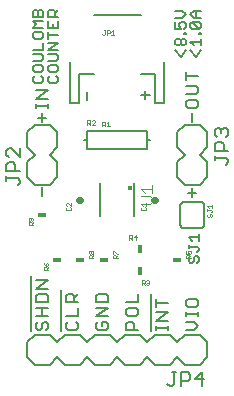
<source format=gbr>
G04 EAGLE Gerber RS-274X export*
G75*
%MOMM*%
%FSLAX34Y34*%
%LPD*%
%INSilkscreen Top*%
%IPPOS*%
%AMOC8*
5,1,8,0,0,1.08239X$1,22.5*%
G01*
%ADD10C,0.203200*%
%ADD11C,0.152400*%
%ADD12C,0.025400*%
%ADD13C,0.400000*%
%ADD14C,0.076200*%
%ADD15C,0.558800*%
%ADD16R,0.762000X0.457200*%
%ADD17R,0.457200X0.762000*%
%ADD18C,0.127000*%


D10*
X59936Y36709D02*
X58157Y34930D01*
X58157Y31371D01*
X59936Y29591D01*
X67055Y29591D01*
X68834Y31371D01*
X68834Y34930D01*
X67055Y36709D01*
X63495Y36709D01*
X63495Y33150D01*
X58157Y41285D02*
X68834Y41285D01*
X68834Y48403D02*
X58157Y41285D01*
X58157Y48403D02*
X68834Y48403D01*
X68834Y52979D02*
X58157Y52979D01*
X68834Y52979D02*
X68834Y58318D01*
X67055Y60097D01*
X59936Y60097D01*
X58157Y58318D01*
X58157Y52979D01*
X3302Y75351D02*
X3302Y28575D01*
X7357Y34930D02*
X9136Y36709D01*
X7357Y34930D02*
X7357Y31371D01*
X9136Y29591D01*
X10916Y29591D01*
X12695Y31371D01*
X12695Y34930D01*
X14475Y36709D01*
X16255Y36709D01*
X18034Y34930D01*
X18034Y31371D01*
X16255Y29591D01*
X18034Y41285D02*
X7357Y41285D01*
X12695Y41285D02*
X12695Y48403D01*
X7357Y48403D02*
X18034Y48403D01*
X18034Y52979D02*
X7357Y52979D01*
X18034Y52979D02*
X18034Y58318D01*
X16255Y60097D01*
X9136Y60097D01*
X7357Y58318D01*
X7357Y52979D01*
X7357Y64673D02*
X18034Y64673D01*
X18034Y71791D02*
X7357Y64673D01*
X7357Y71791D02*
X18034Y71791D01*
X83557Y29591D02*
X94234Y29591D01*
X83557Y29591D02*
X83557Y34930D01*
X85336Y36709D01*
X88895Y36709D01*
X90675Y34930D01*
X90675Y29591D01*
X83557Y43064D02*
X83557Y46624D01*
X83557Y43064D02*
X85336Y41285D01*
X92455Y41285D01*
X94234Y43064D01*
X94234Y46624D01*
X92455Y48403D01*
X85336Y48403D01*
X83557Y46624D01*
X83557Y52979D02*
X94234Y52979D01*
X94234Y60097D01*
X28702Y63657D02*
X28702Y28575D01*
X32757Y34930D02*
X34536Y36709D01*
X32757Y34930D02*
X32757Y31371D01*
X34536Y29591D01*
X41655Y29591D01*
X43434Y31371D01*
X43434Y34930D01*
X41655Y36709D01*
X43434Y41285D02*
X32757Y41285D01*
X43434Y41285D02*
X43434Y48403D01*
X43434Y52979D02*
X32757Y52979D01*
X32757Y58318D01*
X34536Y60097D01*
X38095Y60097D01*
X39875Y58318D01*
X39875Y52979D01*
X39875Y56538D02*
X43434Y60097D01*
X104902Y59759D02*
X104902Y28575D01*
X119634Y29591D02*
X119634Y33150D01*
X119634Y31371D02*
X108957Y31371D01*
X108957Y33150D02*
X108957Y29591D01*
X108957Y37387D02*
X119634Y37387D01*
X119634Y44505D02*
X108957Y37387D01*
X108957Y44505D02*
X119634Y44505D01*
X119634Y52640D02*
X108957Y52640D01*
X108957Y49081D02*
X108957Y56199D01*
X134357Y29591D02*
X141475Y29591D01*
X145034Y33150D01*
X141475Y36709D01*
X134357Y36709D01*
X145034Y41285D02*
X145034Y44844D01*
X145034Y43064D02*
X134357Y43064D01*
X134357Y41285D02*
X134357Y44844D01*
X134357Y50860D02*
X134357Y54420D01*
X134357Y50860D02*
X136136Y49081D01*
X143255Y49081D01*
X145034Y50860D01*
X145034Y54420D01*
X143255Y56199D01*
X136136Y56199D01*
X134357Y54420D01*
X12695Y205804D02*
X12695Y212922D01*
X9136Y209363D02*
X16255Y209363D01*
X18034Y217497D02*
X18034Y221057D01*
X18034Y219277D02*
X7357Y219277D01*
X7357Y217497D02*
X7357Y221057D01*
X7357Y225293D02*
X18034Y225293D01*
X18034Y232412D02*
X7357Y225293D01*
X7357Y232412D02*
X18034Y232412D01*
X139695Y212922D02*
X139695Y205804D01*
X134357Y219277D02*
X134357Y222836D01*
X134357Y219277D02*
X136136Y217497D01*
X143255Y217497D01*
X145034Y219277D01*
X145034Y222836D01*
X143255Y224616D01*
X136136Y224616D01*
X134357Y222836D01*
X134357Y229191D02*
X143255Y229191D01*
X145034Y230971D01*
X145034Y234530D01*
X143255Y236310D01*
X134357Y236310D01*
X134357Y244444D02*
X145034Y244444D01*
X134357Y240885D02*
X134357Y248003D01*
D11*
X129854Y261112D02*
X125532Y266874D01*
X129854Y261112D02*
X134176Y266874D01*
X126973Y270467D02*
X125532Y271908D01*
X125532Y274789D01*
X126973Y276229D01*
X128413Y276229D01*
X129854Y274789D01*
X131294Y276229D01*
X132735Y276229D01*
X134176Y274789D01*
X134176Y271908D01*
X132735Y270467D01*
X131294Y270467D01*
X129854Y271908D01*
X128413Y270467D01*
X126973Y270467D01*
X129854Y271908D02*
X129854Y274789D01*
X132735Y279822D02*
X134176Y279822D01*
X132735Y279822D02*
X132735Y281263D01*
X134176Y281263D01*
X134176Y279822D01*
X125532Y284500D02*
X125532Y290262D01*
X125532Y284500D02*
X129854Y284500D01*
X128413Y287381D01*
X128413Y288822D01*
X129854Y290262D01*
X132735Y290262D01*
X134176Y288822D01*
X134176Y285941D01*
X132735Y284500D01*
X131294Y293855D02*
X125532Y293855D01*
X131294Y293855D02*
X134176Y296736D01*
X131294Y299617D01*
X125532Y299617D01*
X138232Y266874D02*
X142554Y261112D01*
X146876Y266874D01*
X141113Y270467D02*
X138232Y273348D01*
X146876Y273348D01*
X146876Y270467D02*
X146876Y276229D01*
X146876Y279822D02*
X145435Y279822D01*
X145435Y281263D01*
X146876Y281263D01*
X146876Y279822D01*
X145435Y284500D02*
X139673Y284500D01*
X138232Y285941D01*
X138232Y288822D01*
X139673Y290262D01*
X145435Y290262D01*
X146876Y288822D01*
X146876Y285941D01*
X145435Y284500D01*
X139673Y290262D01*
X141113Y293855D02*
X146876Y293855D01*
X141113Y293855D02*
X138232Y296736D01*
X141113Y299617D01*
X146876Y299617D01*
X142554Y299617D02*
X142554Y293855D01*
X138085Y92249D02*
X136645Y90809D01*
X136645Y87928D01*
X138085Y86487D01*
X139526Y86487D01*
X140966Y87928D01*
X140966Y90809D01*
X142407Y92249D01*
X143847Y92249D01*
X145288Y90809D01*
X145288Y87928D01*
X143847Y86487D01*
X143847Y95842D02*
X145288Y97283D01*
X145288Y98723D01*
X143847Y100164D01*
X136645Y100164D01*
X136645Y101604D02*
X136645Y98723D01*
X139526Y105197D02*
X136645Y108079D01*
X145288Y108079D01*
X145288Y110960D02*
X145288Y105197D01*
D10*
X12695Y143310D02*
X12695Y150428D01*
X139695Y149422D02*
X139695Y142304D01*
X136136Y145863D02*
X143255Y145863D01*
D11*
X6323Y244649D02*
X4882Y243209D01*
X4882Y240328D01*
X6323Y238887D01*
X12085Y238887D01*
X13526Y240328D01*
X13526Y243209D01*
X12085Y244649D01*
X4882Y249683D02*
X4882Y252564D01*
X4882Y249683D02*
X6323Y248242D01*
X12085Y248242D01*
X13526Y249683D01*
X13526Y252564D01*
X12085Y254004D01*
X6323Y254004D01*
X4882Y252564D01*
X4882Y257597D02*
X12085Y257597D01*
X13526Y259038D01*
X13526Y261919D01*
X12085Y263360D01*
X4882Y263360D01*
X4882Y266953D02*
X13526Y266953D01*
X13526Y272715D01*
X4882Y277748D02*
X4882Y280629D01*
X4882Y277748D02*
X6323Y276308D01*
X12085Y276308D01*
X13526Y277748D01*
X13526Y280629D01*
X12085Y282070D01*
X6323Y282070D01*
X4882Y280629D01*
X4882Y285663D02*
X13526Y285663D01*
X7763Y288544D02*
X4882Y285663D01*
X7763Y288544D02*
X4882Y291425D01*
X13526Y291425D01*
X13526Y295018D02*
X4882Y295018D01*
X4882Y299340D01*
X6323Y300780D01*
X7763Y300780D01*
X9204Y299340D01*
X10644Y300780D01*
X12085Y300780D01*
X13526Y299340D01*
X13526Y295018D01*
X9204Y295018D02*
X9204Y299340D01*
X19023Y244649D02*
X17582Y243209D01*
X17582Y240328D01*
X19023Y238887D01*
X24785Y238887D01*
X26226Y240328D01*
X26226Y243209D01*
X24785Y244649D01*
X17582Y249683D02*
X17582Y252564D01*
X17582Y249683D02*
X19023Y248242D01*
X24785Y248242D01*
X26226Y249683D01*
X26226Y252564D01*
X24785Y254004D01*
X19023Y254004D01*
X17582Y252564D01*
X17582Y257597D02*
X24785Y257597D01*
X26226Y259038D01*
X26226Y261919D01*
X24785Y263360D01*
X17582Y263360D01*
X17582Y266953D02*
X26226Y266953D01*
X26226Y272715D02*
X17582Y266953D01*
X17582Y272715D02*
X26226Y272715D01*
X26226Y279189D02*
X17582Y279189D01*
X17582Y276308D02*
X17582Y282070D01*
X17582Y285663D02*
X17582Y291425D01*
X17582Y285663D02*
X26226Y285663D01*
X26226Y291425D01*
X21904Y288544D02*
X21904Y285663D01*
X26226Y295018D02*
X17582Y295018D01*
X17582Y299340D01*
X19023Y300780D01*
X21904Y300780D01*
X23344Y299340D01*
X23344Y295018D01*
X23344Y297899D02*
X26226Y300780D01*
D10*
X100008Y231972D02*
X100008Y224854D01*
X96449Y228413D02*
X103567Y228413D01*
X50795Y231390D02*
X50795Y224272D01*
D12*
X63627Y205870D02*
X63627Y202057D01*
X63627Y205870D02*
X65534Y205870D01*
X66169Y205235D01*
X66169Y203964D01*
X65534Y203328D01*
X63627Y203328D01*
X64898Y203328D02*
X66169Y202057D01*
X67369Y204599D02*
X68640Y205870D01*
X68640Y202057D01*
X67369Y202057D02*
X69911Y202057D01*
D10*
X61950Y153700D02*
X61950Y125700D01*
X90450Y125700D02*
X90450Y153700D01*
D13*
X86700Y150200D03*
D14*
X96313Y136411D02*
X104151Y136411D01*
X105719Y137978D01*
X105719Y141114D01*
X104151Y142681D01*
X96313Y142681D01*
X99448Y145766D02*
X96313Y148901D01*
X105719Y148901D01*
X105719Y145766D02*
X105719Y152037D01*
D15*
X44755Y139700D02*
X44145Y139700D01*
D12*
X33525Y133479D02*
X32890Y132844D01*
X32890Y131573D01*
X33525Y130937D01*
X36067Y130937D01*
X36703Y131573D01*
X36703Y132844D01*
X36067Y133479D01*
X36703Y134679D02*
X36703Y137221D01*
X36703Y134679D02*
X34161Y137221D01*
X33525Y137221D01*
X32890Y136586D01*
X32890Y135315D01*
X33525Y134679D01*
D15*
X107645Y139700D02*
X108255Y139700D01*
D12*
X97025Y133479D02*
X96390Y132844D01*
X96390Y131573D01*
X97025Y130937D01*
X99567Y130937D01*
X100203Y131573D01*
X100203Y132844D01*
X99567Y133479D01*
X97661Y134679D02*
X96390Y135950D01*
X100203Y135950D01*
X100203Y134679D02*
X100203Y137221D01*
D16*
X127000Y88900D03*
D12*
X134744Y90433D02*
X138557Y90433D01*
X134744Y90433D02*
X134744Y92339D01*
X135379Y92975D01*
X136650Y92975D01*
X137286Y92339D01*
X137286Y90433D01*
X137286Y91704D02*
X138557Y92975D01*
X134744Y94175D02*
X134744Y96717D01*
X134744Y94175D02*
X136650Y94175D01*
X136015Y95446D01*
X136015Y96082D01*
X136650Y96717D01*
X137921Y96717D01*
X138557Y96082D01*
X138557Y94810D01*
X137921Y94175D01*
D17*
X95250Y79375D03*
D12*
X96783Y71631D02*
X96783Y67818D01*
X96783Y71631D02*
X98689Y71631D01*
X99325Y70996D01*
X99325Y69725D01*
X98689Y69089D01*
X96783Y69089D01*
X98054Y69089D02*
X99325Y67818D01*
X100525Y70996D02*
X101160Y71631D01*
X102432Y71631D01*
X103067Y70996D01*
X103067Y70360D01*
X102432Y69725D01*
X101796Y69725D01*
X102432Y69725D02*
X103067Y69089D01*
X103067Y68454D01*
X102432Y67818D01*
X101160Y67818D01*
X100525Y68454D01*
D16*
X44450Y88900D03*
D12*
X52194Y90433D02*
X56007Y90433D01*
X52194Y90433D02*
X52194Y92339D01*
X52829Y92975D01*
X54100Y92975D01*
X54736Y92339D01*
X54736Y90433D01*
X54736Y91704D02*
X56007Y92975D01*
X52829Y94175D02*
X52194Y94810D01*
X52194Y96082D01*
X52829Y96717D01*
X53465Y96717D01*
X54100Y96082D01*
X54736Y96717D01*
X55371Y96717D01*
X56007Y96082D01*
X56007Y94810D01*
X55371Y94175D01*
X54736Y94175D01*
X54100Y94810D01*
X53465Y94175D01*
X52829Y94175D01*
X54100Y94810D02*
X54100Y96082D01*
D16*
X25400Y88900D03*
D12*
X17653Y80137D02*
X13840Y80137D01*
X13840Y82044D01*
X14475Y82679D01*
X15746Y82679D01*
X16382Y82044D01*
X16382Y80137D01*
X16382Y81408D02*
X17653Y82679D01*
X14475Y85150D02*
X13840Y86421D01*
X14475Y85150D02*
X15746Y83879D01*
X17017Y83879D01*
X17653Y84515D01*
X17653Y85786D01*
X17017Y86421D01*
X16382Y86421D01*
X15746Y85786D01*
X15746Y83879D01*
D16*
X65088Y88900D03*
D12*
X72831Y90433D02*
X76645Y90433D01*
X72831Y90433D02*
X72831Y92339D01*
X73467Y92975D01*
X74738Y92975D01*
X75373Y92339D01*
X75373Y90433D01*
X75373Y91704D02*
X76645Y92975D01*
X72831Y94175D02*
X72831Y96717D01*
X73467Y96717D01*
X76009Y94175D01*
X76645Y94175D01*
D17*
X95250Y98425D03*
D12*
X86487Y106172D02*
X86487Y109985D01*
X88394Y109985D01*
X89029Y109350D01*
X89029Y108079D01*
X88394Y107443D01*
X86487Y107443D01*
X87758Y107443D02*
X89029Y106172D01*
X92136Y106172D02*
X92136Y109985D01*
X90229Y108079D01*
X92771Y108079D01*
D10*
X36200Y221700D02*
X36200Y256700D01*
X36200Y221700D02*
X44200Y221700D01*
X44200Y246700D01*
X56200Y246700D01*
X96200Y246700D02*
X108200Y246700D01*
X108200Y221700D01*
X116200Y221700D01*
X116200Y256700D01*
X96200Y296700D02*
X56200Y296700D01*
D12*
X63627Y280163D02*
X64263Y279527D01*
X64898Y279527D01*
X65534Y280163D01*
X65534Y283340D01*
X66169Y283340D02*
X64898Y283340D01*
X67369Y283340D02*
X67369Y279527D01*
X67369Y283340D02*
X69276Y283340D01*
X69911Y282705D01*
X69911Y281434D01*
X69276Y280798D01*
X67369Y280798D01*
X71111Y282069D02*
X72382Y283340D01*
X72382Y279527D01*
X71111Y279527D02*
X73653Y279527D01*
D10*
X0Y171450D02*
X0Y158750D01*
X0Y171450D02*
X6350Y177800D01*
X19050Y177800D02*
X25400Y171450D01*
X6350Y177800D02*
X0Y184150D01*
X0Y196850D01*
X6350Y203200D01*
X19050Y203200D02*
X25400Y196850D01*
X25400Y184150D01*
X19050Y177800D01*
X19050Y152400D02*
X6350Y152400D01*
X0Y158750D01*
X19050Y152400D02*
X25400Y158750D01*
X25400Y171450D01*
X19050Y203200D02*
X6350Y203200D01*
D18*
X-6223Y154180D02*
X-8130Y152273D01*
X-6223Y154180D02*
X-6223Y156086D01*
X-8130Y157993D01*
X-17663Y157993D01*
X-17663Y156086D02*
X-17663Y159900D01*
X-17663Y163967D02*
X-6223Y163967D01*
X-17663Y163967D02*
X-17663Y169687D01*
X-15756Y171593D01*
X-11943Y171593D01*
X-10036Y169687D01*
X-10036Y163967D01*
X-6223Y175661D02*
X-6223Y183287D01*
X-6223Y175661D02*
X-13850Y183287D01*
X-15756Y183287D01*
X-17663Y181381D01*
X-17663Y177568D01*
X-15756Y175661D01*
D10*
X152400Y184150D02*
X152400Y196850D01*
X152400Y184150D02*
X146050Y177800D01*
X133350Y177800D02*
X127000Y184150D01*
X146050Y177800D02*
X152400Y171450D01*
X152400Y158750D01*
X146050Y152400D01*
X133350Y152400D02*
X127000Y158750D01*
X127000Y171450D01*
X133350Y177800D01*
X133350Y203200D02*
X146050Y203200D01*
X152400Y196850D01*
X133350Y203200D02*
X127000Y196850D01*
X127000Y184150D01*
X133350Y152400D02*
X146050Y152400D01*
D18*
X168146Y169515D02*
X170053Y171422D01*
X170053Y173328D01*
X168146Y175235D01*
X158613Y175235D01*
X158613Y173328D02*
X158613Y177142D01*
X158613Y181209D02*
X170053Y181209D01*
X158613Y181209D02*
X158613Y186929D01*
X160520Y188836D01*
X164333Y188836D01*
X166240Y186929D01*
X166240Y181209D01*
X160520Y192903D02*
X158613Y194810D01*
X158613Y198623D01*
X160520Y200529D01*
X162427Y200529D01*
X164333Y198623D01*
X164333Y196716D01*
X164333Y198623D02*
X166240Y200529D01*
X168146Y200529D01*
X170053Y198623D01*
X170053Y194810D01*
X168146Y192903D01*
D10*
X25400Y6350D02*
X19050Y0D01*
X6350Y0D01*
X0Y6350D01*
X0Y19050D02*
X6350Y25400D01*
X19050Y25400D01*
X25400Y19050D01*
X57150Y0D02*
X69850Y0D01*
X57150Y0D02*
X50800Y6350D01*
X50800Y19050D02*
X57150Y25400D01*
X50800Y6350D02*
X44450Y0D01*
X31750Y0D01*
X25400Y6350D01*
X25400Y19050D02*
X31750Y25400D01*
X44450Y25400D01*
X50800Y19050D01*
X95250Y0D02*
X101600Y6350D01*
X95250Y0D02*
X82550Y0D01*
X76200Y6350D01*
X76200Y19050D02*
X82550Y25400D01*
X95250Y25400D01*
X101600Y19050D01*
X76200Y6350D02*
X69850Y0D01*
X76200Y19050D02*
X69850Y25400D01*
X57150Y25400D01*
X133350Y0D02*
X146050Y0D01*
X133350Y0D02*
X127000Y6350D01*
X127000Y19050D02*
X133350Y25400D01*
X127000Y6350D02*
X120650Y0D01*
X107950Y0D01*
X101600Y6350D01*
X101600Y19050D02*
X107950Y25400D01*
X120650Y25400D01*
X127000Y19050D01*
X152400Y19050D02*
X152400Y6350D01*
X146050Y0D01*
X152400Y19050D02*
X146050Y25400D01*
X133350Y25400D01*
X0Y19050D02*
X0Y6350D01*
D18*
X118715Y-15746D02*
X120622Y-17653D01*
X122528Y-17653D01*
X124435Y-15746D01*
X124435Y-6213D01*
X122528Y-6213D02*
X126342Y-6213D01*
X130409Y-6213D02*
X130409Y-17653D01*
X130409Y-6213D02*
X136129Y-6213D01*
X138036Y-8120D01*
X138036Y-11933D01*
X136129Y-13840D01*
X130409Y-13840D01*
X147823Y-17653D02*
X147823Y-6213D01*
X142103Y-11933D01*
X149729Y-11933D01*
D11*
X129700Y119000D02*
X129700Y135000D01*
X149700Y119000D02*
X149707Y118897D01*
X149711Y118794D01*
X149710Y118691D01*
X149706Y118587D01*
X149698Y118484D01*
X149686Y118382D01*
X149671Y118280D01*
X149651Y118178D01*
X149628Y118078D01*
X149601Y117978D01*
X149570Y117880D01*
X149536Y117782D01*
X149498Y117686D01*
X149456Y117592D01*
X149411Y117499D01*
X149363Y117408D01*
X149311Y117318D01*
X149256Y117231D01*
X149197Y117146D01*
X149136Y117063D01*
X149071Y116982D01*
X149003Y116904D01*
X148933Y116829D01*
X148860Y116756D01*
X148784Y116686D01*
X148705Y116619D01*
X148625Y116555D01*
X148541Y116494D01*
X148456Y116436D01*
X148368Y116381D01*
X148279Y116330D01*
X148187Y116282D01*
X148094Y116237D01*
X147999Y116196D01*
X147903Y116159D01*
X147806Y116125D01*
X147707Y116095D01*
X147607Y116068D01*
X147506Y116046D01*
X147405Y116027D01*
X147303Y116012D01*
X147200Y116000D01*
X149700Y135000D02*
X149707Y135103D01*
X149711Y135206D01*
X149710Y135309D01*
X149706Y135413D01*
X149698Y135516D01*
X149686Y135618D01*
X149671Y135720D01*
X149651Y135822D01*
X149628Y135922D01*
X149601Y136022D01*
X149570Y136120D01*
X149536Y136218D01*
X149498Y136314D01*
X149456Y136408D01*
X149411Y136501D01*
X149363Y136592D01*
X149311Y136682D01*
X149256Y136769D01*
X149197Y136854D01*
X149136Y136937D01*
X149071Y137018D01*
X149003Y137096D01*
X148933Y137171D01*
X148860Y137244D01*
X148784Y137314D01*
X148705Y137381D01*
X148625Y137445D01*
X148541Y137506D01*
X148456Y137564D01*
X148368Y137619D01*
X148279Y137670D01*
X148187Y137718D01*
X148094Y137763D01*
X147999Y137804D01*
X147903Y137841D01*
X147806Y137875D01*
X147707Y137905D01*
X147607Y137932D01*
X147506Y137954D01*
X147405Y137973D01*
X147303Y137988D01*
X147200Y138000D01*
X132200Y138000D02*
X132097Y137989D01*
X131995Y137974D01*
X131893Y137955D01*
X131793Y137932D01*
X131693Y137906D01*
X131594Y137876D01*
X131496Y137842D01*
X131400Y137805D01*
X131305Y137764D01*
X131212Y137719D01*
X131120Y137671D01*
X131031Y137620D01*
X130943Y137565D01*
X130858Y137507D01*
X130774Y137446D01*
X130693Y137382D01*
X130615Y137315D01*
X130539Y137245D01*
X130466Y137172D01*
X130395Y137096D01*
X130327Y137018D01*
X130263Y136938D01*
X130201Y136855D01*
X130143Y136770D01*
X130088Y136682D01*
X130036Y136593D01*
X129987Y136502D01*
X129942Y136409D01*
X129901Y136314D01*
X129863Y136218D01*
X129828Y136121D01*
X129798Y136022D01*
X129771Y135922D01*
X129747Y135822D01*
X129728Y135720D01*
X129712Y135618D01*
X129701Y135515D01*
X129693Y135412D01*
X129689Y135309D01*
X129688Y135206D01*
X129692Y135102D01*
X129700Y134999D01*
X129700Y119000D02*
X129693Y118897D01*
X129689Y118794D01*
X129690Y118691D01*
X129694Y118587D01*
X129702Y118484D01*
X129714Y118382D01*
X129729Y118280D01*
X129749Y118178D01*
X129772Y118078D01*
X129799Y117978D01*
X129830Y117880D01*
X129864Y117782D01*
X129902Y117686D01*
X129944Y117592D01*
X129989Y117499D01*
X130037Y117408D01*
X130089Y117318D01*
X130144Y117231D01*
X130203Y117146D01*
X130264Y117063D01*
X130329Y116982D01*
X130397Y116904D01*
X130467Y116829D01*
X130540Y116756D01*
X130616Y116686D01*
X130695Y116619D01*
X130775Y116555D01*
X130859Y116494D01*
X130944Y116436D01*
X131032Y116381D01*
X131121Y116330D01*
X131213Y116282D01*
X131306Y116237D01*
X131401Y116196D01*
X131497Y116159D01*
X131594Y116125D01*
X131693Y116095D01*
X131793Y116068D01*
X131894Y116046D01*
X131995Y116027D01*
X132097Y116012D01*
X132200Y116000D01*
X147200Y116000D01*
X147200Y138000D02*
X132200Y138000D01*
X149700Y135000D02*
X149700Y119000D01*
D12*
X152524Y127305D02*
X153159Y127941D01*
X152524Y127305D02*
X152524Y126034D01*
X153159Y125399D01*
X153795Y125399D01*
X154430Y126034D01*
X154430Y127305D01*
X155066Y127941D01*
X155701Y127941D01*
X156337Y127305D01*
X156337Y126034D01*
X155701Y125399D01*
X155701Y129141D02*
X156337Y129776D01*
X156337Y130412D01*
X155701Y131047D01*
X152524Y131047D01*
X152524Y130412D02*
X152524Y131683D01*
X153795Y132883D02*
X152524Y134154D01*
X156337Y134154D01*
X156337Y132883D02*
X156337Y135425D01*
D10*
X101600Y198120D02*
X50800Y198120D01*
X101600Y198120D02*
X101600Y190500D01*
X101600Y182880D01*
X50800Y182880D01*
X50800Y190500D01*
X50800Y198120D01*
X101600Y190500D02*
X104140Y190500D01*
X50800Y190500D02*
X48260Y190500D01*
D12*
X50927Y203327D02*
X50927Y207140D01*
X52834Y207140D01*
X53469Y206505D01*
X53469Y205234D01*
X52834Y204598D01*
X50927Y204598D01*
X52198Y204598D02*
X53469Y203327D01*
X54669Y203327D02*
X57211Y203327D01*
X54669Y203327D02*
X57211Y205869D01*
X57211Y206505D01*
X56576Y207140D01*
X55305Y207140D01*
X54669Y206505D01*
D16*
X12700Y127000D03*
D12*
X4953Y118237D02*
X1140Y118237D01*
X1140Y120144D01*
X1775Y120779D01*
X3046Y120779D01*
X3682Y120144D01*
X3682Y118237D01*
X3682Y119508D02*
X4953Y120779D01*
X4317Y121979D02*
X4953Y122615D01*
X4953Y123886D01*
X4317Y124521D01*
X1775Y124521D01*
X1140Y123886D01*
X1140Y122615D01*
X1775Y121979D01*
X2411Y121979D01*
X3046Y122615D01*
X3046Y124521D01*
M02*

</source>
